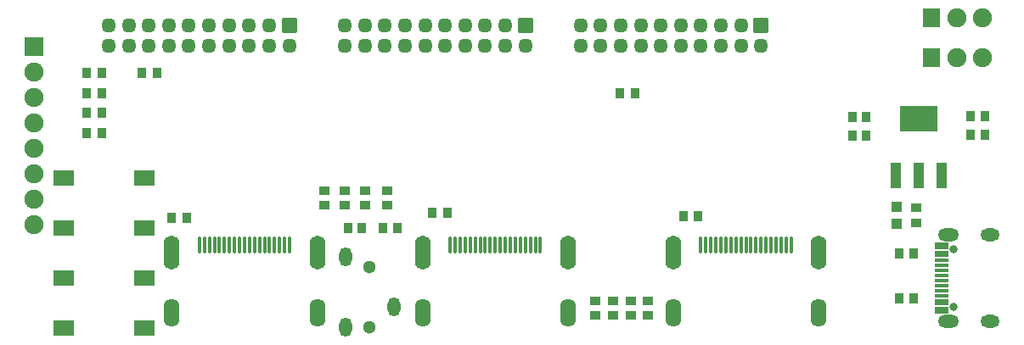
<source format=gbr>
%TF.GenerationSoftware,KiCad,Pcbnew,8.0.7-8.0.7-0~ubuntu24.04.1*%
%TF.CreationDate,2025-01-05T15:57:20-05:00*%
%TF.ProjectId,3xHDMI,33784844-4d49-42e6-9b69-6361645f7063,v1*%
%TF.SameCoordinates,Original*%
%TF.FileFunction,Soldermask,Top*%
%TF.FilePolarity,Negative*%
%FSLAX46Y46*%
G04 Gerber Fmt 4.6, Leading zero omitted, Abs format (unit mm)*
G04 Created by KiCad (PCBNEW 8.0.7-8.0.7-0~ubuntu24.04.1) date 2025-01-05 15:57:20*
%MOMM*%
%LPD*%
G01*
G04 APERTURE LIST*
G04 Aperture macros list*
%AMRoundRect*
0 Rectangle with rounded corners*
0 $1 Rounding radius*
0 $2 $3 $4 $5 $6 $7 $8 $9 X,Y pos of 4 corners*
0 Add a 4 corners polygon primitive as box body*
4,1,4,$2,$3,$4,$5,$6,$7,$8,$9,$2,$3,0*
0 Add four circle primitives for the rounded corners*
1,1,$1+$1,$2,$3*
1,1,$1+$1,$4,$5*
1,1,$1+$1,$6,$7*
1,1,$1+$1,$8,$9*
0 Add four rect primitives between the rounded corners*
20,1,$1+$1,$2,$3,$4,$5,0*
20,1,$1+$1,$4,$5,$6,$7,0*
20,1,$1+$1,$6,$7,$8,$9,0*
20,1,$1+$1,$8,$9,$2,$3,0*%
G04 Aperture macros list end*
%ADD10RoundRect,0.050000X-0.432000X0.403000X-0.432000X-0.403000X0.432000X-0.403000X0.432000X0.403000X0*%
%ADD11O,0.350000X1.700000*%
%ADD12O,1.600000X2.800000*%
%ADD13O,1.600000X3.400000*%
%ADD14RoundRect,0.050000X0.403000X0.432000X-0.403000X0.432000X-0.403000X-0.432000X0.403000X-0.432000X0*%
%ADD15RoundRect,0.050000X0.450000X-0.400000X0.450000X0.400000X-0.450000X0.400000X-0.450000X-0.400000X0*%
%ADD16RoundRect,0.050000X0.400000X0.450000X-0.400000X0.450000X-0.400000X-0.450000X0.400000X-0.450000X0*%
%ADD17RoundRect,0.050000X-0.787500X-0.900000X0.787500X-0.900000X0.787500X0.900000X-0.787500X0.900000X0*%
%ADD18C,1.900000*%
%ADD19RoundRect,0.050000X-0.675000X0.675000X-0.675000X-0.675000X0.675000X-0.675000X0.675000X0.675000X0*%
%ADD20O,1.450000X1.450000*%
%ADD21RoundRect,0.050000X-0.400000X-0.450000X0.400000X-0.450000X0.400000X0.450000X-0.400000X0.450000X0*%
%ADD22RoundRect,0.050000X-0.490000X1.235000X-0.490000X-1.235000X0.490000X-1.235000X0.490000X1.235000X0*%
%ADD23RoundRect,0.050000X-1.800000X1.235000X-1.800000X-1.235000X1.800000X-1.235000X1.800000X1.235000X0*%
%ADD24RoundRect,0.050000X-0.950000X-0.750000X0.950000X-0.750000X0.950000X0.750000X-0.950000X0.750000X0*%
%ADD25RoundRect,0.050000X-0.403000X-0.432000X0.403000X-0.432000X0.403000X0.432000X-0.403000X0.432000X0*%
%ADD26RoundRect,0.050000X-0.900000X0.900000X-0.900000X-0.900000X0.900000X-0.900000X0.900000X0.900000X0*%
%ADD27C,0.800000*%
%ADD28O,2.100000X1.300000*%
%ADD29O,1.900000X1.300000*%
%ADD30RoundRect,0.050000X0.650000X-0.150000X0.650000X0.150000X-0.650000X0.150000X-0.650000X-0.150000X0*%
%ADD31RoundRect,0.050000X-0.500000X-0.450000X0.500000X-0.450000X0.500000X0.450000X-0.500000X0.450000X0*%
%ADD32C,1.300000*%
%ADD33O,1.300000X1.900000*%
G04 APERTURE END LIST*
D10*
%TO.C,R36*%
X63250000Y-30247000D03*
X63250000Y-31753000D03*
%TD*%
D11*
%TO.C,J4*%
X27501000Y-24721000D03*
X27001000Y-24721000D03*
X26500000Y-24721000D03*
X26000000Y-24721000D03*
X25499000Y-24721000D03*
X24999000Y-24721000D03*
X24501000Y-24721000D03*
X24001000Y-24721000D03*
X23500000Y-24721000D03*
X23000000Y-24721000D03*
X22500000Y-24721000D03*
X21999000Y-24721000D03*
X21501000Y-24721000D03*
X21001000Y-24721000D03*
X20501000Y-24721000D03*
X20000000Y-24721000D03*
X19500000Y-24721000D03*
X19000000Y-24721000D03*
X18499000Y-24721000D03*
D12*
X30249000Y-31479000D03*
X15751000Y-31479000D03*
D13*
X30249000Y-25480000D03*
X15751000Y-25480000D03*
%TD*%
D14*
%TO.C,R2*%
X43253000Y-21500000D03*
X41747000Y-21500000D03*
%TD*%
D15*
%TO.C,C11*%
X59750000Y-31700000D03*
X59750000Y-30300000D03*
%TD*%
D16*
%TO.C,C9*%
X85000000Y-13800000D03*
X83600000Y-13800000D03*
%TD*%
D14*
%TO.C,R27*%
X14253000Y-7500000D03*
X12747000Y-7500000D03*
%TD*%
D10*
%TO.C,R34*%
X33000000Y-19247000D03*
X33000000Y-20753000D03*
%TD*%
D17*
%TO.C,J6*%
X91460000Y-6000000D03*
D18*
X94000000Y-6000000D03*
X96540000Y-6000000D03*
%TD*%
D19*
%TO.C,J7*%
X27450000Y-2800000D03*
D20*
X27450000Y-4800000D03*
X25450000Y-2800000D03*
X25450000Y-4800000D03*
X23450000Y-2800000D03*
X23450000Y-4800000D03*
X21450000Y-2800000D03*
X21450000Y-4800000D03*
X19450000Y-2800000D03*
X19450000Y-4800000D03*
X17450000Y-2800000D03*
X17450000Y-4800000D03*
X15450000Y-2800000D03*
X15450000Y-4800000D03*
X13450000Y-2800000D03*
X13450000Y-4800000D03*
X11450000Y-2800000D03*
X11450000Y-4800000D03*
X9450000Y-2800000D03*
X9450000Y-4800000D03*
%TD*%
D19*
%TO.C,J8*%
X51000000Y-2800000D03*
D20*
X51000000Y-4800000D03*
X49000000Y-2800000D03*
X49000000Y-4800000D03*
X47000000Y-2800000D03*
X47000000Y-4800000D03*
X45000000Y-2800000D03*
X45000000Y-4800000D03*
X43000000Y-2800000D03*
X43000000Y-4800000D03*
X41000000Y-2800000D03*
X41000000Y-4800000D03*
X39000000Y-2800000D03*
X39000000Y-4800000D03*
X37000000Y-2800000D03*
X37000000Y-4800000D03*
X35000000Y-2800000D03*
X35000000Y-4800000D03*
X33000000Y-2800000D03*
X33000000Y-4800000D03*
%TD*%
D10*
%TO.C,R19*%
X90000000Y-21000000D03*
X90000000Y-22506000D03*
%TD*%
D21*
%TO.C,C1*%
X36800000Y-23000000D03*
X38200000Y-23000000D03*
%TD*%
D22*
%TO.C,U2*%
X87900000Y-17735000D03*
X90200000Y-17735000D03*
X92500000Y-17735000D03*
D23*
X90200000Y-12065000D03*
%TD*%
D14*
%TO.C,R3*%
X68253000Y-21800000D03*
X66747000Y-21800000D03*
%TD*%
%TO.C,R6*%
X61953000Y-9500000D03*
X60447000Y-9500000D03*
%TD*%
D24*
%TO.C,SW3*%
X5000000Y-28000000D03*
X13000000Y-28000000D03*
%TD*%
D10*
%TO.C,R8*%
X35000000Y-19247000D03*
X35000000Y-20753000D03*
%TD*%
%TO.C,R7*%
X37203000Y-19247000D03*
X37203000Y-20753000D03*
%TD*%
D17*
%TO.C,J10*%
X91460000Y-2000000D03*
D18*
X94000000Y-2000000D03*
X96540000Y-2000000D03*
%TD*%
D14*
%TO.C,R38*%
X8753000Y-11500000D03*
X7247000Y-11500000D03*
%TD*%
D16*
%TO.C,C8*%
X85000000Y-11900000D03*
X83600000Y-11900000D03*
%TD*%
D19*
%TO.C,J9*%
X74500000Y-2800000D03*
D20*
X74500000Y-4800000D03*
X72500000Y-2800000D03*
X72500000Y-4800000D03*
X70500000Y-2800000D03*
X70500000Y-4800000D03*
X68500000Y-2800000D03*
X68500000Y-4800000D03*
X66500000Y-2800000D03*
X66500000Y-4800000D03*
X64500000Y-2800000D03*
X64500000Y-4800000D03*
X62500000Y-2800000D03*
X62500000Y-4800000D03*
X60500000Y-2800000D03*
X60500000Y-4800000D03*
X58500000Y-2800000D03*
X58500000Y-4800000D03*
X56500000Y-2800000D03*
X56500000Y-4800000D03*
%TD*%
D24*
%TO.C,SW4*%
X5000000Y-33000000D03*
X13000000Y-33000000D03*
%TD*%
D15*
%TO.C,C10*%
X31000000Y-20700000D03*
X31000000Y-19300000D03*
%TD*%
D25*
%TO.C,R1*%
X7247000Y-7500000D03*
X8753000Y-7500000D03*
%TD*%
D11*
%TO.C,J3*%
X52501000Y-24721000D03*
X52001000Y-24721000D03*
X51500000Y-24721000D03*
X51000000Y-24721000D03*
X50499000Y-24721000D03*
X49999000Y-24721000D03*
X49501000Y-24721000D03*
X49001000Y-24721000D03*
X48500000Y-24721000D03*
X48000000Y-24721000D03*
X47500000Y-24721000D03*
X46999000Y-24721000D03*
X46501000Y-24721000D03*
X46001000Y-24721000D03*
X45501000Y-24721000D03*
X45000000Y-24721000D03*
X44500000Y-24721000D03*
X44000000Y-24721000D03*
X43499000Y-24721000D03*
D12*
X55249000Y-31479000D03*
X40751000Y-31479000D03*
D13*
X55249000Y-25480000D03*
X40751000Y-25480000D03*
%TD*%
D10*
%TO.C,R35*%
X58000000Y-30247000D03*
X58000000Y-31753000D03*
%TD*%
D26*
%TO.C,P1*%
X2000000Y-4920000D03*
D18*
X2000000Y-7460000D03*
X2000000Y-10000000D03*
X2000000Y-12540000D03*
X2000000Y-15080000D03*
X2000000Y-17620000D03*
X2000000Y-20160000D03*
X2000000Y-22700000D03*
%TD*%
D25*
%TO.C,R4*%
X7247000Y-9500000D03*
X8753000Y-9500000D03*
%TD*%
%TO.C,R37*%
X7247000Y-13500000D03*
X8753000Y-13500000D03*
%TD*%
D11*
%TO.C,J1*%
X77501000Y-24721000D03*
X77001000Y-24721000D03*
X76500000Y-24721000D03*
X76000000Y-24721000D03*
X75499000Y-24721000D03*
X74999000Y-24721000D03*
X74501000Y-24721000D03*
X74001000Y-24721000D03*
X73500000Y-24721000D03*
X73000000Y-24721000D03*
X72500000Y-24721000D03*
X71999000Y-24721000D03*
X71501000Y-24721000D03*
X71001000Y-24721000D03*
X70501000Y-24721000D03*
X70000000Y-24721000D03*
X69500000Y-24721000D03*
X69000000Y-24721000D03*
X68499000Y-24721000D03*
D12*
X80249000Y-31479000D03*
X65751000Y-31479000D03*
D13*
X80249000Y-25480000D03*
X65751000Y-25480000D03*
%TD*%
D24*
%TO.C,SW2*%
X5000000Y-23000000D03*
X13000000Y-23000000D03*
%TD*%
D14*
%TO.C,R13*%
X89753000Y-30000000D03*
X88247000Y-30000000D03*
%TD*%
D21*
%TO.C,C6*%
X95400000Y-11800000D03*
X96800000Y-11800000D03*
%TD*%
D14*
%TO.C,R18*%
X89753000Y-25500000D03*
X88247000Y-25500000D03*
%TD*%
D24*
%TO.C,SW1*%
X5000000Y-18000000D03*
X13000000Y-18000000D03*
%TD*%
D14*
%TO.C,R26*%
X17253000Y-22000000D03*
X15747000Y-22000000D03*
%TD*%
D27*
%TO.C,J5*%
X93721500Y-30890000D03*
X93721500Y-25110000D03*
D28*
X93191500Y-32320000D03*
X93191500Y-23680000D03*
D29*
X97371500Y-32320000D03*
X97371500Y-23680000D03*
D30*
X92541500Y-31350000D03*
X92541500Y-30550000D03*
X92541500Y-29250000D03*
X92541500Y-28250000D03*
X92541500Y-27750000D03*
X92541500Y-26750000D03*
X92541500Y-25450000D03*
X92541500Y-24650000D03*
X92541500Y-24950000D03*
X92541500Y-25750000D03*
X92541500Y-26250000D03*
X92541500Y-27250000D03*
X92541500Y-28750000D03*
X92541500Y-29750000D03*
X92541500Y-30250000D03*
X92541500Y-31050000D03*
%TD*%
D15*
%TO.C,C12*%
X61500000Y-31700000D03*
X61500000Y-30300000D03*
%TD*%
D16*
%TO.C,C2*%
X34700000Y-23000000D03*
X33300000Y-23000000D03*
%TD*%
D31*
%TO.C,D4*%
X88000000Y-22603000D03*
X88000000Y-20903000D03*
%TD*%
D21*
%TO.C,C7*%
X95400000Y-13700000D03*
X96800000Y-13700000D03*
%TD*%
D32*
%TO.C,J2*%
X35476000Y-32912500D03*
X35476000Y-26912500D03*
D33*
X37876000Y-30912500D03*
X33076000Y-32912500D03*
X33076000Y-25912500D03*
%TD*%
M02*

</source>
